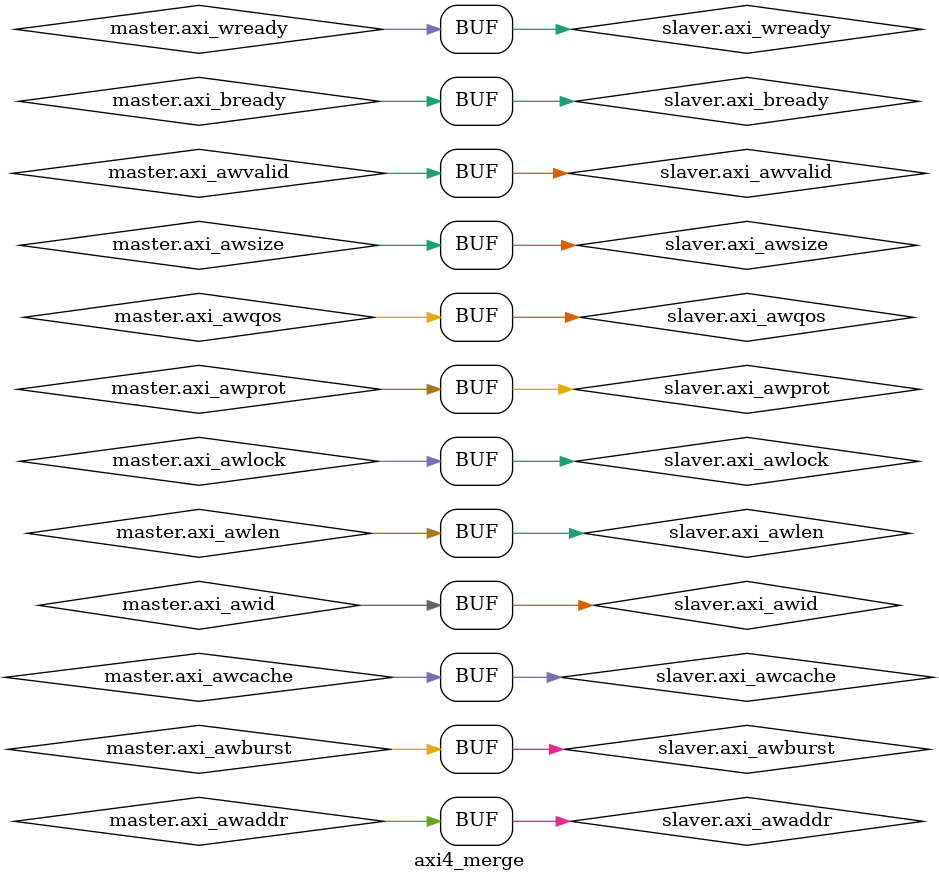
<source format=sv>
/**********************************************
_______________________________________ 
___________    Cook Darwin   __________    
_______________________________________
descript:
    out of last
author : Cook.Darwin
Version: VERA.0.0
creaded: 2017/3/30 
madified:
***********************************************/
`timescale 1ns/1ps
module axi4_merge #(
    parameter MAX = 8
)(
    axi_inf.slaver slaver,
    axi_inf.master master
);

axi4_merge_rd #(
   .MAX         (MAX    )                 //MUST LARGER THAN 2
)axi4_merge_rd_inst(
/* axi_inf.slaver_rd */ .slaver     (slaver ),           //Out of Last
/* axi_inf.master_rd */ .master     (master )            //Out of Last
);

//--->> WRITE CAN'T MERGE ,Because AXI4 WR don't support O-o-D
// axi4_merge_wr #(
//    .MAX         (MAX    )                 //MUST LARGER THAN 2
// )axi4_merge_wr_inst(
// /* axi_inf.slaver_wr */ .slaver     (slaver ),           //Out of Last
// /* axi_inf.master_wr */ .master     (master )            //Out of Last
// );

assign master.axi_awid      = slaver.axi_awid   ;
assign master.axi_awaddr    = slaver.axi_awaddr ;
assign master.axi_awlen     = slaver.axi_awlen  ;
assign master.axi_awsize    = slaver.axi_awsize ;
assign master.axi_awburst   = slaver.axi_awburst;
assign master.axi_awlock    = slaver.axi_awlock ;
assign master.axi_awcache   = slaver.axi_awcache;
assign master.axi_awprot    = slaver.axi_awprot ;
assign master.axi_awqos     = slaver.axi_awqos  ;
assign master.axi_awvalid   = slaver.axi_awvalid;
assign slaver.axi_awready   = master.axi_awready;

assign master.axi_bready    = slaver.axi_bready;
assign slaver.axi_bid       = master.axi_bid   ;
assign slaver.axi_bresp     = master.axi_bresp ;
assign slaver.axi_bvalid    = master.axi_bvalid;

assign master.axi_wdata     = slaver.axi_wdata   ;
assign master.axi_wstrb     = slaver.axi_wstrb   ;
assign master.axi_wlast     = slaver.axi_wlast   ;
assign master.axi_wvalid    = slaver.axi_wvalid  ;
assign slaver.axi_wready    = master.axi_wready  ;



endmodule

</source>
